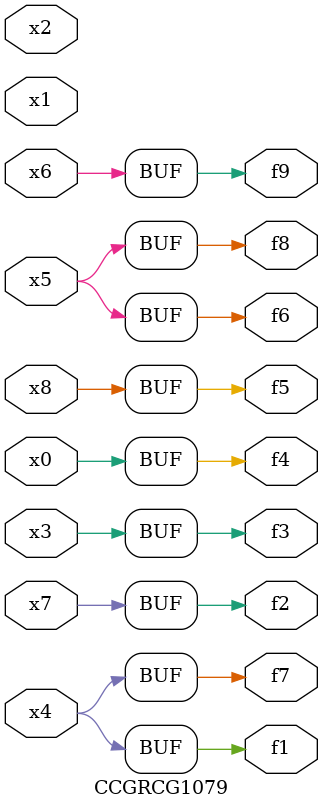
<source format=v>
module CCGRCG1079(
	input x0, x1, x2, x3, x4, x5, x6, x7, x8,
	output f1, f2, f3, f4, f5, f6, f7, f8, f9
);
	assign f1 = x4;
	assign f2 = x7;
	assign f3 = x3;
	assign f4 = x0;
	assign f5 = x8;
	assign f6 = x5;
	assign f7 = x4;
	assign f8 = x5;
	assign f9 = x6;
endmodule

</source>
